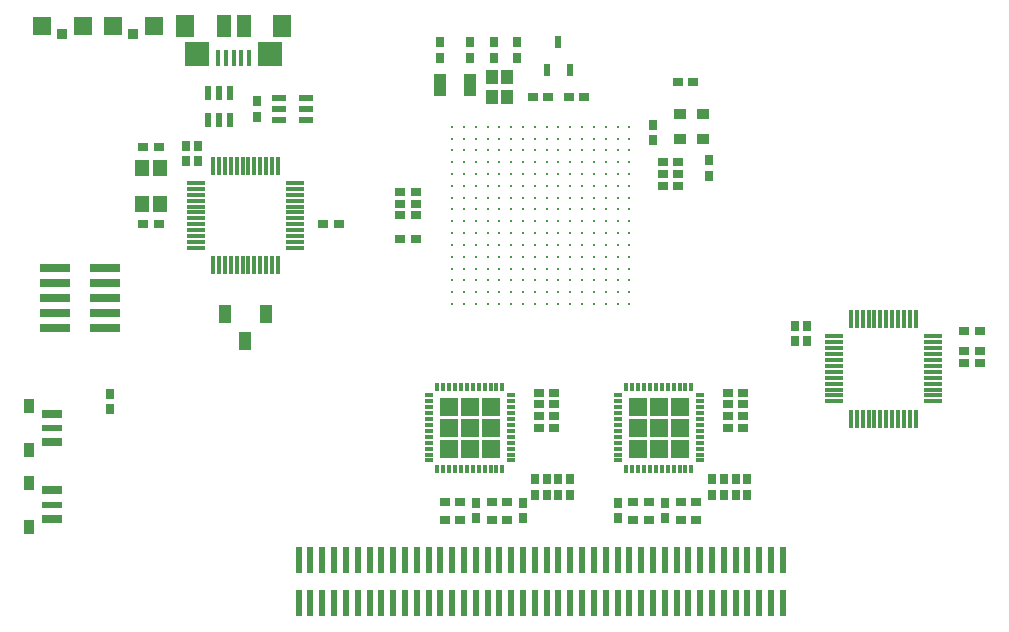
<source format=gtp>
G75*
G70*
%OFA0B0*%
%FSLAX24Y24*%
%IPPOS*%
%LPD*%
%AMOC8*
5,1,8,0,0,1.08239X$1,22.5*
%
%ADD10C,0.0118*%
%ADD11R,0.0236X0.0906*%
%ADD12R,0.1000X0.0300*%
%ADD13R,0.0591X0.0118*%
%ADD14R,0.0118X0.0591*%
%ADD15R,0.0315X0.0118*%
%ADD16R,0.0118X0.0315*%
%ADD17R,0.0591X0.0591*%
%ADD18R,0.0157X0.0531*%
%ADD19R,0.0630X0.0748*%
%ADD20R,0.0827X0.0787*%
%ADD21R,0.0472X0.0748*%
%ADD22R,0.0236X0.0472*%
%ADD23R,0.0394X0.0354*%
%ADD24R,0.0433X0.0748*%
%ADD25R,0.0276X0.0354*%
%ADD26R,0.0354X0.0276*%
%ADD27R,0.0217X0.0394*%
%ADD28R,0.0453X0.0551*%
%ADD29R,0.0472X0.0236*%
%ADD30R,0.0354X0.0354*%
%ADD31R,0.0394X0.0630*%
%ADD32R,0.0394X0.0472*%
%ADD33R,0.0709X0.0295*%
%ADD34R,0.0709X0.0236*%
%ADD35R,0.0354X0.0512*%
D10*
X015671Y012915D03*
X016065Y012915D03*
X016458Y012915D03*
X016852Y012915D03*
X017246Y012915D03*
X017639Y012915D03*
X018033Y012915D03*
X018427Y012915D03*
X018820Y012915D03*
X019214Y012915D03*
X019608Y012915D03*
X020002Y012915D03*
X020395Y012915D03*
X020789Y012915D03*
X021183Y012915D03*
X021576Y012915D03*
X021576Y013309D03*
X021183Y013309D03*
X020789Y013309D03*
X020395Y013309D03*
X020002Y013309D03*
X019608Y013309D03*
X019214Y013309D03*
X018820Y013309D03*
X018427Y013309D03*
X018033Y013309D03*
X017639Y013309D03*
X017246Y013309D03*
X016852Y013309D03*
X016458Y013309D03*
X016065Y013309D03*
X015671Y013309D03*
X015671Y013702D03*
X016065Y013702D03*
X016458Y013702D03*
X016852Y013702D03*
X017246Y013702D03*
X017639Y013702D03*
X017639Y014096D03*
X017246Y014096D03*
X016852Y014096D03*
X016458Y014096D03*
X016065Y014096D03*
X015671Y014096D03*
X015671Y014490D03*
X015671Y014883D03*
X016065Y014883D03*
X016065Y014490D03*
X016458Y014490D03*
X016458Y014883D03*
X016852Y014883D03*
X016852Y014490D03*
X017246Y014490D03*
X017639Y014490D03*
X017639Y014883D03*
X017246Y014883D03*
X017246Y015277D03*
X017639Y015277D03*
X018033Y015277D03*
X018427Y015277D03*
X018820Y015277D03*
X019214Y015277D03*
X019608Y015277D03*
X020002Y015277D03*
X020395Y015277D03*
X020789Y015277D03*
X021183Y015277D03*
X021576Y015277D03*
X021576Y014883D03*
X021576Y014490D03*
X021183Y014490D03*
X021183Y014883D03*
X020789Y014883D03*
X020789Y014490D03*
X020395Y014490D03*
X020002Y014490D03*
X020002Y014883D03*
X020395Y014883D03*
X019608Y014883D03*
X019608Y014490D03*
X019214Y014490D03*
X019214Y014883D03*
X018820Y014883D03*
X018427Y014883D03*
X018427Y014490D03*
X018820Y014490D03*
X018820Y014096D03*
X018427Y014096D03*
X018427Y013702D03*
X018820Y013702D03*
X019214Y013702D03*
X019608Y013702D03*
X020002Y013702D03*
X020395Y013702D03*
X020789Y013702D03*
X021183Y013702D03*
X021576Y013702D03*
X021576Y014096D03*
X021183Y014096D03*
X020789Y014096D03*
X020395Y014096D03*
X020002Y014096D03*
X019608Y014096D03*
X019214Y014096D03*
X018033Y014096D03*
X018033Y013702D03*
X018033Y014490D03*
X018033Y014883D03*
X016852Y015277D03*
X016458Y015277D03*
X016065Y015277D03*
X015671Y015277D03*
X015671Y015671D03*
X015671Y016065D03*
X016065Y016065D03*
X016458Y016065D03*
X016852Y016065D03*
X017246Y016065D03*
X017639Y016065D03*
X018033Y016065D03*
X018427Y016065D03*
X018820Y016065D03*
X018820Y015671D03*
X018427Y015671D03*
X018033Y015671D03*
X017639Y015671D03*
X017246Y015671D03*
X016852Y015671D03*
X016458Y015671D03*
X016065Y015671D03*
X016065Y016458D03*
X016458Y016458D03*
X016852Y016458D03*
X017246Y016458D03*
X017639Y016458D03*
X018033Y016458D03*
X018427Y016458D03*
X018820Y016458D03*
X019214Y016458D03*
X019608Y016458D03*
X020002Y016458D03*
X020395Y016458D03*
X020789Y016458D03*
X021183Y016458D03*
X021576Y016458D03*
X021576Y016065D03*
X021183Y016065D03*
X020789Y016065D03*
X020395Y016065D03*
X020002Y016065D03*
X019608Y016065D03*
X019214Y016065D03*
X019214Y015671D03*
X019608Y015671D03*
X020002Y015671D03*
X020395Y015671D03*
X020789Y015671D03*
X021183Y015671D03*
X021576Y015671D03*
X021576Y016852D03*
X021183Y016852D03*
X021183Y017246D03*
X021576Y017246D03*
X021576Y017639D03*
X021183Y017639D03*
X020789Y017639D03*
X020395Y017639D03*
X020002Y017639D03*
X020002Y018033D03*
X020395Y018033D03*
X020789Y018033D03*
X021183Y018033D03*
X021576Y018033D03*
X021576Y018427D03*
X021183Y018427D03*
X020789Y018427D03*
X020395Y018427D03*
X020002Y018427D03*
X019608Y018427D03*
X019214Y018427D03*
X018820Y018427D03*
X018427Y018427D03*
X018033Y018427D03*
X017639Y018427D03*
X017246Y018427D03*
X016852Y018427D03*
X016458Y018427D03*
X016065Y018427D03*
X015671Y018427D03*
X015671Y018820D03*
X016065Y018820D03*
X016458Y018820D03*
X016852Y018820D03*
X017246Y018820D03*
X017639Y018820D03*
X018033Y018820D03*
X018427Y018820D03*
X018820Y018820D03*
X019214Y018820D03*
X019608Y018820D03*
X020002Y018820D03*
X020395Y018820D03*
X020789Y018820D03*
X021183Y018820D03*
X021576Y018820D03*
X019608Y018033D03*
X019608Y017639D03*
X019214Y017639D03*
X018820Y017639D03*
X018427Y017639D03*
X018033Y017639D03*
X017639Y017639D03*
X017246Y017639D03*
X016852Y017639D03*
X016458Y017639D03*
X016065Y017639D03*
X016065Y018033D03*
X016458Y018033D03*
X016852Y018033D03*
X017246Y018033D03*
X017639Y018033D03*
X018033Y018033D03*
X018427Y018033D03*
X018820Y018033D03*
X019214Y018033D03*
X019214Y017246D03*
X018820Y017246D03*
X018427Y017246D03*
X018033Y017246D03*
X017639Y017246D03*
X017246Y017246D03*
X017246Y016852D03*
X017639Y016852D03*
X018033Y016852D03*
X018427Y016852D03*
X018820Y016852D03*
X019214Y016852D03*
X019608Y016852D03*
X020002Y016852D03*
X020395Y016852D03*
X020395Y017246D03*
X020002Y017246D03*
X019608Y017246D03*
X020789Y017246D03*
X020789Y016852D03*
X016852Y016852D03*
X016852Y017246D03*
X016458Y017246D03*
X016065Y017246D03*
X016065Y016852D03*
X016458Y016852D03*
X015671Y016852D03*
X015671Y017246D03*
X015671Y017639D03*
X015671Y018033D03*
X015671Y016458D03*
D11*
X015671Y004391D03*
X016065Y004391D03*
X016458Y004391D03*
X016852Y004391D03*
X017246Y004391D03*
X017639Y004391D03*
X018033Y004391D03*
X018427Y004391D03*
X018820Y004391D03*
X019214Y004391D03*
X019608Y004391D03*
X020002Y004391D03*
X020395Y004391D03*
X020789Y004391D03*
X021183Y004391D03*
X021576Y004391D03*
X021970Y004391D03*
X022364Y004391D03*
X022757Y004391D03*
X023151Y004391D03*
X023545Y004391D03*
X023939Y004391D03*
X024332Y004391D03*
X024726Y004391D03*
X025120Y004391D03*
X025513Y004391D03*
X025907Y004391D03*
X026301Y004391D03*
X026694Y004391D03*
X026694Y002935D03*
X026301Y002935D03*
X025907Y002935D03*
X025513Y002935D03*
X025120Y002935D03*
X024726Y002935D03*
X024332Y002935D03*
X023939Y002935D03*
X023545Y002935D03*
X023151Y002935D03*
X022757Y002935D03*
X022364Y002935D03*
X021970Y002935D03*
X021576Y002935D03*
X021183Y002935D03*
X020789Y002935D03*
X020395Y002935D03*
X020002Y002935D03*
X019608Y002935D03*
X019214Y002935D03*
X018820Y002935D03*
X018427Y002935D03*
X018033Y002935D03*
X017639Y002935D03*
X017246Y002935D03*
X016852Y002935D03*
X016458Y002935D03*
X016065Y002935D03*
X015671Y002935D03*
X015277Y002935D03*
X014883Y002935D03*
X014490Y002935D03*
X014096Y002935D03*
X013702Y002935D03*
X013309Y002935D03*
X012915Y002935D03*
X012521Y002935D03*
X012128Y002935D03*
X011734Y002935D03*
X011340Y002935D03*
X010946Y002935D03*
X010553Y002935D03*
X010553Y004391D03*
X010946Y004391D03*
X011340Y004391D03*
X011734Y004391D03*
X012128Y004391D03*
X012521Y004391D03*
X012915Y004391D03*
X013309Y004391D03*
X013702Y004391D03*
X014096Y004391D03*
X014490Y004391D03*
X014883Y004391D03*
X015277Y004391D03*
D12*
X004104Y012112D03*
X004104Y012612D03*
X004104Y013112D03*
X004104Y013612D03*
X004104Y014112D03*
X002434Y014112D03*
X002434Y013612D03*
X002434Y013112D03*
X002434Y012612D03*
X002434Y012112D03*
D13*
X007128Y014785D03*
X007128Y014982D03*
X007128Y015179D03*
X007128Y015376D03*
X007128Y015572D03*
X007128Y015769D03*
X007128Y015966D03*
X007128Y016163D03*
X007128Y016360D03*
X007128Y016557D03*
X007128Y016754D03*
X007128Y016950D03*
X010435Y016950D03*
X010435Y016754D03*
X010435Y016557D03*
X010435Y016360D03*
X010435Y016163D03*
X010435Y015966D03*
X010435Y015769D03*
X010435Y015572D03*
X010435Y015376D03*
X010435Y015179D03*
X010435Y014982D03*
X010435Y014785D03*
X028387Y011832D03*
X028387Y011635D03*
X028387Y011439D03*
X028387Y011242D03*
X028387Y011045D03*
X028387Y010848D03*
X028387Y010651D03*
X028387Y010454D03*
X028387Y010257D03*
X028387Y010061D03*
X028387Y009864D03*
X028387Y009667D03*
X031694Y009667D03*
X031694Y009864D03*
X031694Y010061D03*
X031694Y010257D03*
X031694Y010454D03*
X031694Y010651D03*
X031694Y010848D03*
X031694Y011045D03*
X031694Y011242D03*
X031694Y011439D03*
X031694Y011635D03*
X031694Y011832D03*
D14*
X031124Y012403D03*
X030927Y012403D03*
X030730Y012403D03*
X030533Y012403D03*
X030336Y012403D03*
X030139Y012403D03*
X029943Y012403D03*
X029746Y012403D03*
X029549Y012403D03*
X029352Y012403D03*
X029155Y012403D03*
X028958Y012403D03*
X028958Y009096D03*
X029155Y009096D03*
X029352Y009096D03*
X029549Y009096D03*
X029746Y009096D03*
X029943Y009096D03*
X030139Y009096D03*
X030336Y009096D03*
X030533Y009096D03*
X030730Y009096D03*
X030927Y009096D03*
X031124Y009096D03*
X009864Y014214D03*
X009667Y014214D03*
X009470Y014214D03*
X009273Y014214D03*
X009076Y014214D03*
X008880Y014214D03*
X008683Y014214D03*
X008486Y014214D03*
X008289Y014214D03*
X008092Y014214D03*
X007895Y014214D03*
X007698Y014214D03*
X007698Y017521D03*
X007895Y017521D03*
X008092Y017521D03*
X008289Y017521D03*
X008486Y017521D03*
X008683Y017521D03*
X008880Y017521D03*
X009076Y017521D03*
X009273Y017521D03*
X009470Y017521D03*
X009667Y017521D03*
X009864Y017521D03*
D15*
X014883Y009864D03*
X014883Y009667D03*
X014883Y009470D03*
X014883Y009273D03*
X014883Y009076D03*
X014883Y008880D03*
X014883Y008683D03*
X014883Y008486D03*
X014883Y008289D03*
X014883Y008092D03*
X014883Y007895D03*
X014883Y007698D03*
X017639Y007698D03*
X017639Y007895D03*
X017639Y008092D03*
X017639Y008289D03*
X017639Y008486D03*
X017639Y008683D03*
X017639Y008880D03*
X017639Y009076D03*
X017639Y009273D03*
X017639Y009470D03*
X017639Y009667D03*
X017639Y009864D03*
X021183Y009864D03*
X021183Y009667D03*
X021183Y009470D03*
X021183Y009273D03*
X021183Y009076D03*
X021183Y008880D03*
X021183Y008683D03*
X021183Y008486D03*
X021183Y008289D03*
X021183Y008092D03*
X021183Y007895D03*
X021183Y007698D03*
X023939Y007698D03*
X023939Y007895D03*
X023939Y008092D03*
X023939Y008289D03*
X023939Y008486D03*
X023939Y008683D03*
X023939Y008880D03*
X023939Y009076D03*
X023939Y009273D03*
X023939Y009470D03*
X023939Y009667D03*
X023939Y009864D03*
D16*
X023643Y010159D03*
X023446Y010159D03*
X023250Y010159D03*
X023053Y010159D03*
X022856Y010159D03*
X022659Y010159D03*
X022462Y010159D03*
X022265Y010159D03*
X022069Y010159D03*
X021872Y010159D03*
X021675Y010159D03*
X021478Y010159D03*
X021478Y007403D03*
X021675Y007403D03*
X021872Y007403D03*
X022069Y007403D03*
X022265Y007403D03*
X022462Y007403D03*
X022659Y007403D03*
X022856Y007403D03*
X023053Y007403D03*
X023250Y007403D03*
X023446Y007403D03*
X023643Y007403D03*
X017344Y007403D03*
X017147Y007403D03*
X016950Y007403D03*
X016754Y007403D03*
X016557Y007403D03*
X016360Y007403D03*
X016163Y007403D03*
X015966Y007403D03*
X015769Y007403D03*
X015572Y007403D03*
X015376Y007403D03*
X015179Y007403D03*
X015179Y010159D03*
X015376Y010159D03*
X015572Y010159D03*
X015769Y010159D03*
X015966Y010159D03*
X016163Y010159D03*
X016360Y010159D03*
X016557Y010159D03*
X016754Y010159D03*
X016950Y010159D03*
X017147Y010159D03*
X017344Y010159D03*
D17*
X016970Y009490D03*
X016261Y009490D03*
X015553Y009490D03*
X015553Y008781D03*
X016261Y008781D03*
X016261Y008072D03*
X015553Y008072D03*
X016970Y008072D03*
X016970Y008781D03*
X021852Y008781D03*
X021852Y008072D03*
X022561Y008072D03*
X023269Y008072D03*
X023269Y008781D03*
X022561Y008781D03*
X022561Y009490D03*
X023269Y009490D03*
X021852Y009490D03*
X005730Y022167D03*
X004352Y022167D03*
X003368Y022167D03*
X001990Y022167D03*
D18*
X007876Y021114D03*
X008131Y021114D03*
X008387Y021114D03*
X008643Y021114D03*
X008899Y021114D03*
D19*
X010002Y022167D03*
X006773Y022167D03*
D20*
X007167Y021242D03*
X009608Y021242D03*
D21*
X008722Y022167D03*
X008053Y022167D03*
D22*
X007895Y019962D03*
X007521Y019962D03*
X008269Y019962D03*
X008269Y019057D03*
X007895Y019057D03*
X007521Y019057D03*
D23*
X023269Y019234D03*
X024017Y019234D03*
X024017Y018407D03*
X023269Y018407D03*
D24*
X016261Y020198D03*
X015277Y020198D03*
D25*
X015277Y021124D03*
X015277Y021635D03*
X016261Y021635D03*
X016261Y021124D03*
X017049Y021124D03*
X017049Y021635D03*
X017836Y021635D03*
X017836Y021124D03*
X022364Y018880D03*
X022364Y018368D03*
X024234Y017698D03*
X024234Y017187D03*
X027088Y012187D03*
X027482Y012187D03*
X027482Y011675D03*
X027088Y011675D03*
X025513Y007069D03*
X025120Y007069D03*
X024726Y007069D03*
X024332Y007069D03*
X024332Y006557D03*
X024726Y006557D03*
X025120Y006557D03*
X025513Y006557D03*
X022757Y006281D03*
X022757Y005769D03*
X021183Y005769D03*
X021183Y006281D03*
X019608Y006557D03*
X019214Y006557D03*
X018820Y006557D03*
X018427Y006557D03*
X018033Y006281D03*
X018033Y005769D03*
X016458Y005769D03*
X016458Y006281D03*
X018427Y007069D03*
X018820Y007069D03*
X019214Y007069D03*
X019608Y007069D03*
X004254Y009411D03*
X004254Y009923D03*
X006813Y017679D03*
X007206Y017679D03*
X007206Y018191D03*
X006813Y018191D03*
X009175Y019155D03*
X009175Y019667D03*
D26*
X005887Y018131D03*
X005376Y018131D03*
X005376Y015572D03*
X005887Y015572D03*
X011380Y015572D03*
X011891Y015572D03*
X013939Y015868D03*
X013939Y016261D03*
X014450Y016261D03*
X014450Y015868D03*
X014450Y016655D03*
X013939Y016655D03*
X013939Y015080D03*
X014450Y015080D03*
X018368Y019805D03*
X018880Y019805D03*
X019549Y019805D03*
X020061Y019805D03*
X023191Y020297D03*
X023702Y020297D03*
X023210Y017639D03*
X023210Y017246D03*
X023210Y016852D03*
X022698Y016852D03*
X022698Y017246D03*
X022698Y017639D03*
X032738Y012029D03*
X033250Y012029D03*
X033250Y011340D03*
X033250Y010946D03*
X032738Y010946D03*
X032738Y011340D03*
X025376Y009962D03*
X025376Y009569D03*
X025376Y009175D03*
X025376Y008781D03*
X024864Y008781D03*
X024864Y009175D03*
X024864Y009569D03*
X024864Y009962D03*
X023801Y006320D03*
X023289Y006320D03*
X023289Y005730D03*
X023801Y005730D03*
X022226Y005730D03*
X021714Y005730D03*
X021714Y006320D03*
X022226Y006320D03*
X019076Y008781D03*
X019076Y009175D03*
X019076Y009569D03*
X019076Y009962D03*
X018565Y009962D03*
X018565Y009569D03*
X018565Y009175D03*
X018565Y008781D03*
X017502Y006320D03*
X016990Y006320D03*
X016990Y005730D03*
X017502Y005730D03*
X015927Y005730D03*
X015415Y005730D03*
X015415Y006320D03*
X015927Y006320D03*
D27*
X018840Y020730D03*
X019588Y020730D03*
X019214Y021635D03*
D28*
X005946Y017443D03*
X005317Y017443D03*
X005317Y016261D03*
X005946Y016261D03*
D29*
X009903Y019037D03*
X009903Y019411D03*
X009903Y019785D03*
X010809Y019785D03*
X010809Y019411D03*
X010809Y019037D03*
D30*
X005041Y021911D03*
X002679Y021911D03*
D31*
X008092Y012580D03*
X008781Y011675D03*
X009470Y012580D03*
D32*
X016990Y019805D03*
X017502Y019805D03*
X017502Y020474D03*
X016990Y020474D03*
D33*
X002344Y009263D03*
X002344Y008299D03*
X002344Y006704D03*
X002344Y005740D03*
D34*
X002344Y006222D03*
X002344Y008781D03*
D35*
X001576Y005494D03*
X001576Y006950D03*
X001576Y008053D03*
X001576Y009509D03*
M02*

</source>
